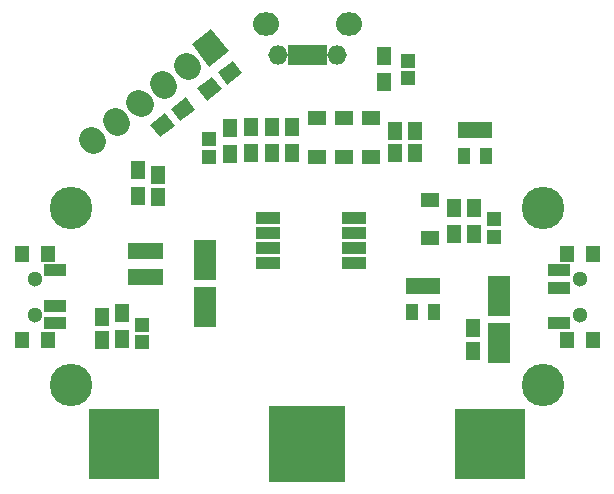
<source format=gbr>
G04 #@! TF.FileFunction,Soldermask,Top*
%FSLAX46Y46*%
G04 Gerber Fmt 4.6, Leading zero omitted, Abs format (unit mm)*
G04 Created by KiCad (PCBNEW 4.0.2+dfsg1-stable) date Mon 17 Oct 2016 06:19:30 PM CST*
%MOMM*%
G01*
G04 APERTURE LIST*
%ADD10C,0.100000*%
%ADD11R,1.150000X1.600000*%
%ADD12R,1.901140X3.399740*%
%ADD13R,1.620000X1.310000*%
%ADD14R,1.197560X1.197560*%
%ADD15R,2.100000X1.050000*%
%ADD16R,0.800000X1.750000*%
%ADD17O,1.650000X1.650000*%
%ADD18O,2.200000X1.950000*%
%ADD19R,1.300000X1.600000*%
%ADD20C,1.300000*%
%ADD21R,1.900000X1.100000*%
%ADD22R,1.200000X1.400000*%
%ADD23R,1.050000X1.460000*%
%ADD24R,5.900000X5.900000*%
%ADD25R,6.400000X6.400000*%
%ADD26C,2.127200*%
%ADD27C,3.600000*%
G04 APERTURE END LIST*
D10*
D11*
X107400000Y-87850000D03*
X107400000Y-85950000D03*
X109100000Y-87850000D03*
X109100000Y-85950000D03*
X82600000Y-101750000D03*
X82600000Y-103650000D03*
X87400000Y-91550000D03*
X87400000Y-89650000D03*
X114000000Y-104550000D03*
X114000000Y-102650000D03*
D12*
X116200000Y-103898980D03*
X116200000Y-99901020D03*
D13*
X103100000Y-84865000D03*
X103100000Y-88135000D03*
X100800000Y-84865000D03*
X100800000Y-88135000D03*
X105400000Y-84865000D03*
X105400000Y-88135000D03*
D14*
X91700000Y-88149300D03*
X91700000Y-86650700D03*
X108500000Y-81499300D03*
X108500000Y-80000700D03*
X86000000Y-103849300D03*
X86000000Y-102350700D03*
X115800000Y-94949300D03*
X115800000Y-93450700D03*
D13*
X110400000Y-95035000D03*
X110400000Y-91765000D03*
D15*
X103950000Y-97105000D03*
X103950000Y-95835000D03*
X103950000Y-94565000D03*
X103950000Y-93295000D03*
X96650000Y-93295000D03*
X96650000Y-94565000D03*
X96650000Y-95835000D03*
X96650000Y-97105000D03*
D16*
X101300900Y-79562540D03*
X100650900Y-79562540D03*
X100000900Y-79562540D03*
X99350900Y-79562540D03*
X98700900Y-79562540D03*
D17*
X102500900Y-79562540D03*
X97500900Y-79562540D03*
D18*
X103500900Y-76862540D03*
X96500900Y-76862540D03*
D19*
X98750000Y-87850000D03*
X98750000Y-85650000D03*
X97000000Y-87850000D03*
X97000000Y-85650000D03*
X95250000Y-85650000D03*
X95250000Y-87850000D03*
X106500000Y-79650000D03*
X106500000Y-81850000D03*
X93500000Y-85700000D03*
X93500000Y-87900000D03*
X84300000Y-101400000D03*
X84300000Y-103600000D03*
X114100000Y-92500000D03*
X114100000Y-94700000D03*
X85700000Y-89300000D03*
X85700000Y-91500000D03*
X112400000Y-94700000D03*
X112400000Y-92500000D03*
D10*
G36*
X93697041Y-80018036D02*
X94497401Y-81042450D01*
X93236583Y-82027508D01*
X92436223Y-81003094D01*
X93697041Y-80018036D01*
X93697041Y-80018036D01*
G37*
G36*
X91963417Y-81372492D02*
X92763777Y-82396906D01*
X91502959Y-83381964D01*
X90702599Y-82357550D01*
X91963417Y-81372492D01*
X91963417Y-81372492D01*
G37*
D20*
X123075000Y-101500000D03*
X123075000Y-98500000D03*
D21*
X121325000Y-102250000D03*
X121325000Y-99250000D03*
X121325000Y-97750000D03*
D22*
X124175000Y-103650000D03*
X124175000Y-96350000D03*
X121975000Y-96350000D03*
X121975000Y-103650000D03*
D20*
X76925000Y-98500000D03*
X76925000Y-101500000D03*
D21*
X78675000Y-97750000D03*
X78675000Y-100750000D03*
X78675000Y-102250000D03*
D22*
X75825000Y-96350000D03*
X75825000Y-103650000D03*
X78025000Y-103650000D03*
X78025000Y-96350000D03*
D23*
X115150000Y-85900000D03*
X114200000Y-85900000D03*
X113250000Y-85900000D03*
X113250000Y-88100000D03*
X115150000Y-88100000D03*
X87250000Y-96100000D03*
X86300000Y-96100000D03*
X85350000Y-96100000D03*
X85350000Y-98300000D03*
X87250000Y-98300000D03*
X86300000Y-98300000D03*
X110750000Y-99100000D03*
X109800000Y-99100000D03*
X108850000Y-99100000D03*
X108850000Y-101300000D03*
X110750000Y-101300000D03*
D24*
X84500000Y-112500000D03*
X115500000Y-112500000D03*
D25*
X100000000Y-112500000D03*
D10*
G36*
X90213227Y-78596596D02*
X91889484Y-77286961D01*
X93386773Y-79203404D01*
X91710516Y-80513039D01*
X90213227Y-78596596D01*
X90213227Y-78596596D01*
G37*
D26*
X89704626Y-80343687D02*
X89892280Y-80583873D01*
X87703078Y-81907467D02*
X87890732Y-82147653D01*
X85701531Y-83471247D02*
X85889185Y-83711433D01*
X83699984Y-85035028D02*
X83887638Y-85275214D01*
X81698436Y-86598808D02*
X81886090Y-86838994D01*
D10*
G36*
X89697041Y-83118036D02*
X90497401Y-84142450D01*
X89236583Y-85127508D01*
X88436223Y-84103094D01*
X89697041Y-83118036D01*
X89697041Y-83118036D01*
G37*
G36*
X87963417Y-84472492D02*
X88763777Y-85496906D01*
X87502959Y-86481964D01*
X86702599Y-85457550D01*
X87963417Y-84472492D01*
X87963417Y-84472492D01*
G37*
D12*
X91300000Y-96901020D03*
X91300000Y-100898980D03*
D27*
X120000000Y-107500000D03*
X120000000Y-92500000D03*
X80000000Y-92500000D03*
X80000000Y-107500000D03*
M02*

</source>
